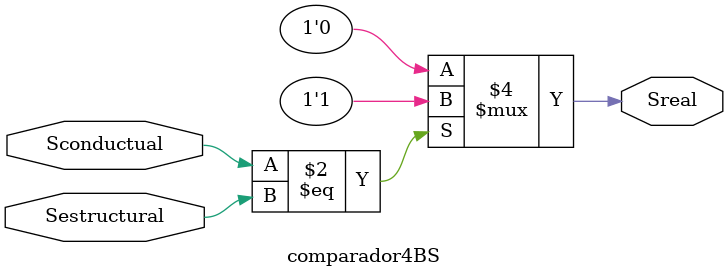
<source format=v>
`include "register4B-est.v"
`include "register4B-cond.v"
module comparador4BQ(Qconductual,Qestructural,Qreal);

input wire [3:0] Qconductual;
input wire [3:0] Qestructural;



output reg  Qreal;

always@(*)
    begin
      if(Qconductual == Qestructural)
            begin
              Qreal = 1;
            end
      else
            begin
              Qreal = 0;
            end
	end
endmodule

module comparador4BS(Sconductual,Sestructural,Sreal);



input wire  Sconductual;
input wire  Sestructural;
output reg  Sreal;
always@(*)
    begin
      if(Sconductual == Sestructural)
            begin
              Sreal = 1;
            end
      else
            begin
              Sreal = 0;
            end
	end
endmodule

</source>
